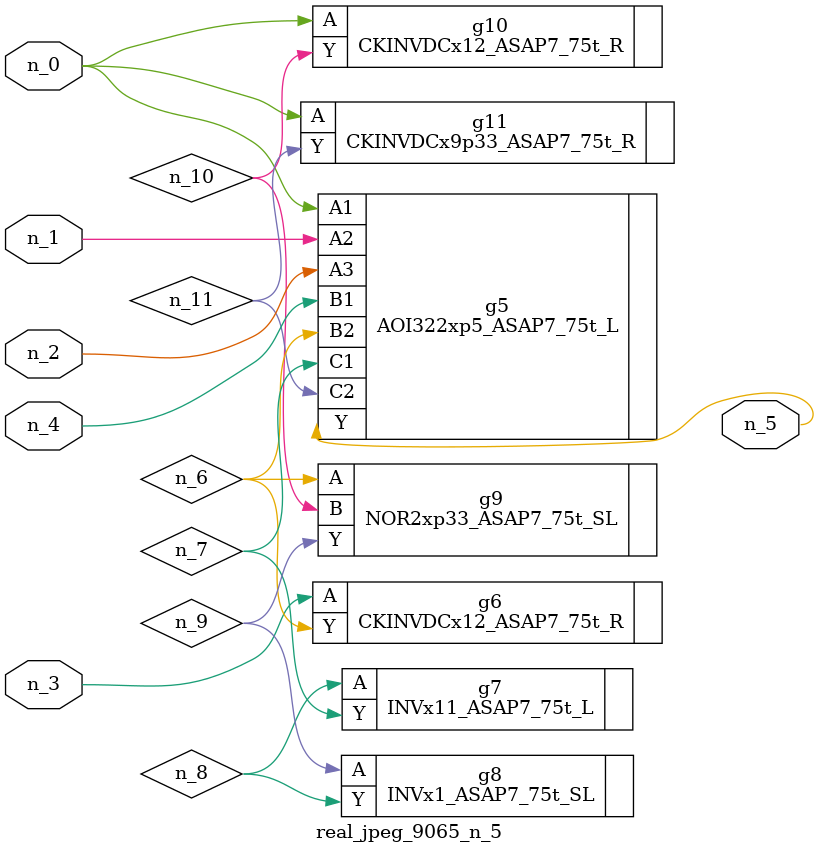
<source format=v>
module real_jpeg_9065_n_5 (n_4, n_0, n_1, n_2, n_3, n_5);

input n_4;
input n_0;
input n_1;
input n_2;
input n_3;

output n_5;

wire n_8;
wire n_11;
wire n_6;
wire n_7;
wire n_10;
wire n_9;

AOI322xp5_ASAP7_75t_L g5 ( 
.A1(n_0),
.A2(n_1),
.A3(n_2),
.B1(n_4),
.B2(n_6),
.C1(n_7),
.C2(n_11),
.Y(n_5)
);

CKINVDCx12_ASAP7_75t_R g10 ( 
.A(n_0),
.Y(n_10)
);

CKINVDCx9p33_ASAP7_75t_R g11 ( 
.A(n_0),
.Y(n_11)
);

CKINVDCx12_ASAP7_75t_R g6 ( 
.A(n_3),
.Y(n_6)
);

NOR2xp33_ASAP7_75t_SL g9 ( 
.A(n_6),
.B(n_10),
.Y(n_9)
);

INVx11_ASAP7_75t_L g7 ( 
.A(n_8),
.Y(n_7)
);

INVx1_ASAP7_75t_SL g8 ( 
.A(n_9),
.Y(n_8)
);


endmodule
</source>
